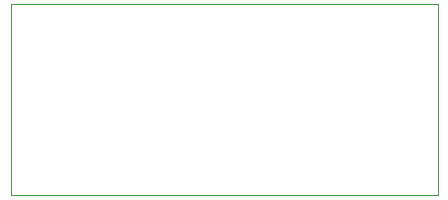
<source format=gbo>
G75*
G70*
%OFA0B0*%
%FSLAX24Y24*%
%IPPOS*%
%LPD*%
%AMOC8*
5,1,8,0,0,1.08239X$1,22.5*
%
%ADD10C,0.0000*%
D10*
X003000Y000100D02*
X003000Y006470D01*
X017242Y006470D01*
X017242Y000100D01*
X003000Y000100D01*
M02*

</source>
